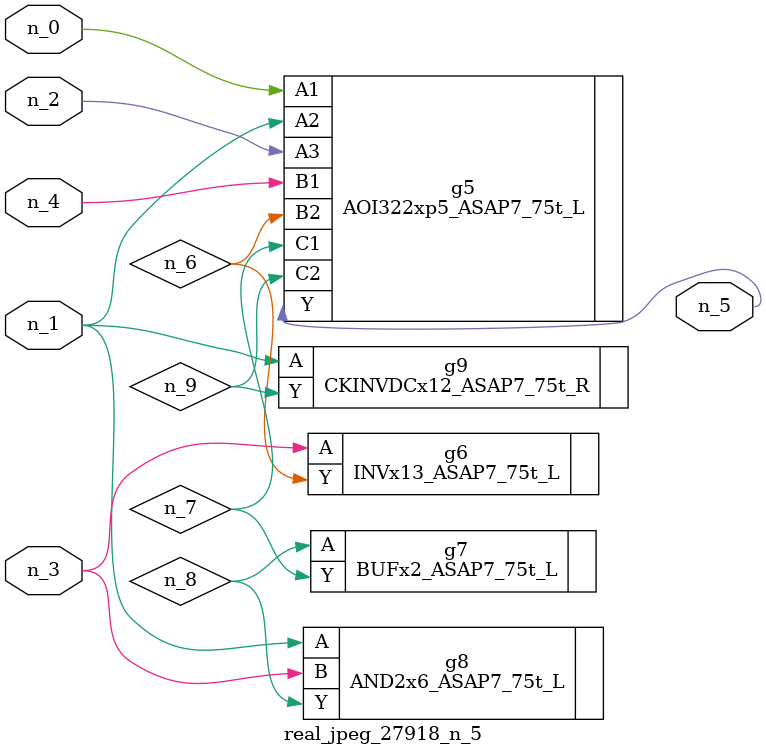
<source format=v>
module real_jpeg_27918_n_5 (n_4, n_0, n_1, n_2, n_3, n_5);

input n_4;
input n_0;
input n_1;
input n_2;
input n_3;

output n_5;

wire n_8;
wire n_6;
wire n_7;
wire n_9;

AOI322xp5_ASAP7_75t_L g5 ( 
.A1(n_0),
.A2(n_1),
.A3(n_2),
.B1(n_4),
.B2(n_6),
.C1(n_7),
.C2(n_9),
.Y(n_5)
);

AND2x6_ASAP7_75t_L g8 ( 
.A(n_1),
.B(n_3),
.Y(n_8)
);

CKINVDCx12_ASAP7_75t_R g9 ( 
.A(n_1),
.Y(n_9)
);

INVx13_ASAP7_75t_L g6 ( 
.A(n_3),
.Y(n_6)
);

BUFx2_ASAP7_75t_L g7 ( 
.A(n_8),
.Y(n_7)
);


endmodule
</source>
